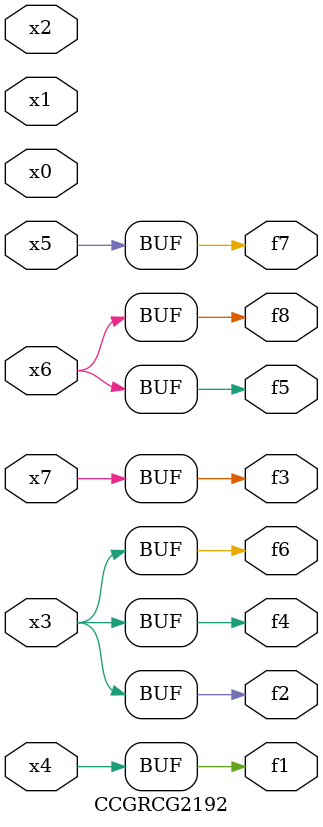
<source format=v>
module CCGRCG2192(
	input x0, x1, x2, x3, x4, x5, x6, x7,
	output f1, f2, f3, f4, f5, f6, f7, f8
);
	assign f1 = x4;
	assign f2 = x3;
	assign f3 = x7;
	assign f4 = x3;
	assign f5 = x6;
	assign f6 = x3;
	assign f7 = x5;
	assign f8 = x6;
endmodule

</source>
